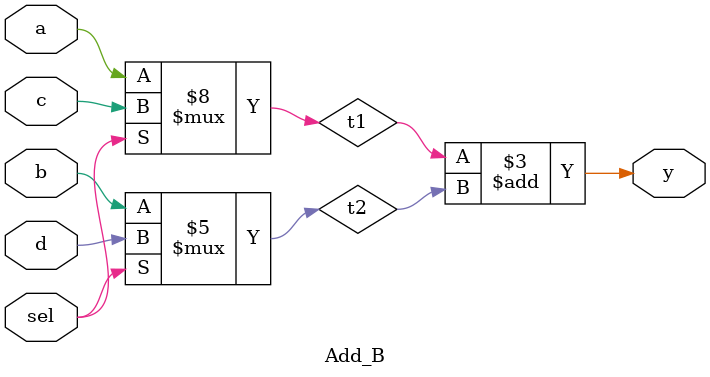
<source format=sv>
module Add_A (sel, a, b, c, d, y);
input a, b, c, d, sel; output y; reg y;
always @(sel or a or b or c or d)
begin if (sel == 0) y <= a + b; else y <= c + d; end
endmodule
//To imply the presence of a MUX before a single adder we can use temporary variables.
//For example, the synthesizer should use only one adder for the following code:
module Add_B (sel, a, b, c, d, y);
input a, b, c, d, sel; output y; reg t1, t2, y;
always @(sel or a or b or c or d) begin
if (sel == 0) begin t1 = a; t2 = b; end // Temporary
else begin t1 = c; t2 = d; end // variables.
y = t1 + t2; end
endmodule

//12.5 Verilog and Logic Synthesis http://iroi.seu.edu.cn/books/asics/Book2/CH12/CH12.5.htm
//If a synthesis tool is capable of performing resource allocation and resource sharing
//in these situations, the coding style may not matter.
</source>
